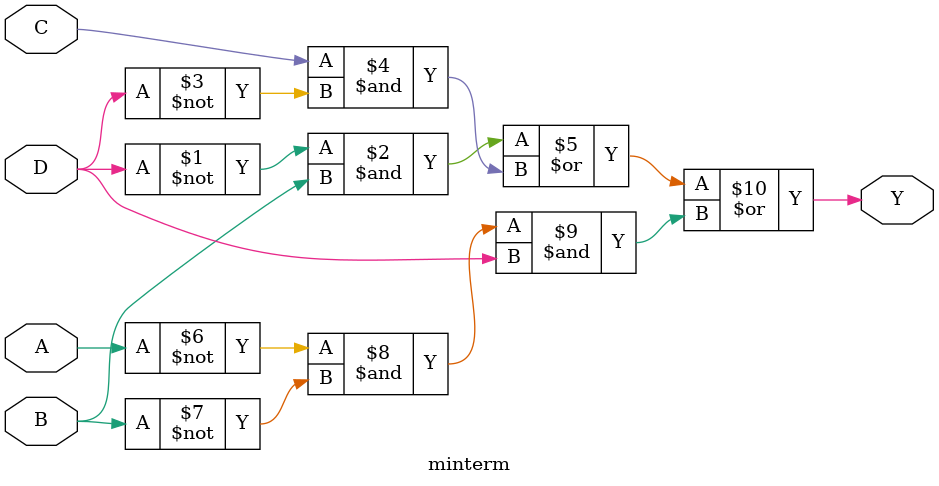
<source format=v>
module minterm (
    input A, B, C, D,
    output Y
);

assign Y = (~D&B) | (C & ~D) | (~A & ~B & D);

endmodule

</source>
